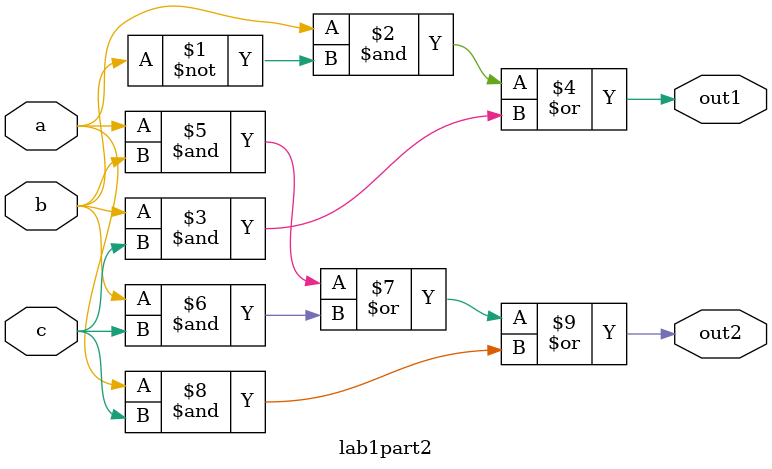
<source format=v>
module lab1part2(a, b, c, out1, out2);
input a, b, c;  
output out1, out2;

// smtg
assign out1 = (a & ~b) | (b & c);
assign out2 = (a & b) | (b & c) | (a & c);

endmodule
</source>
